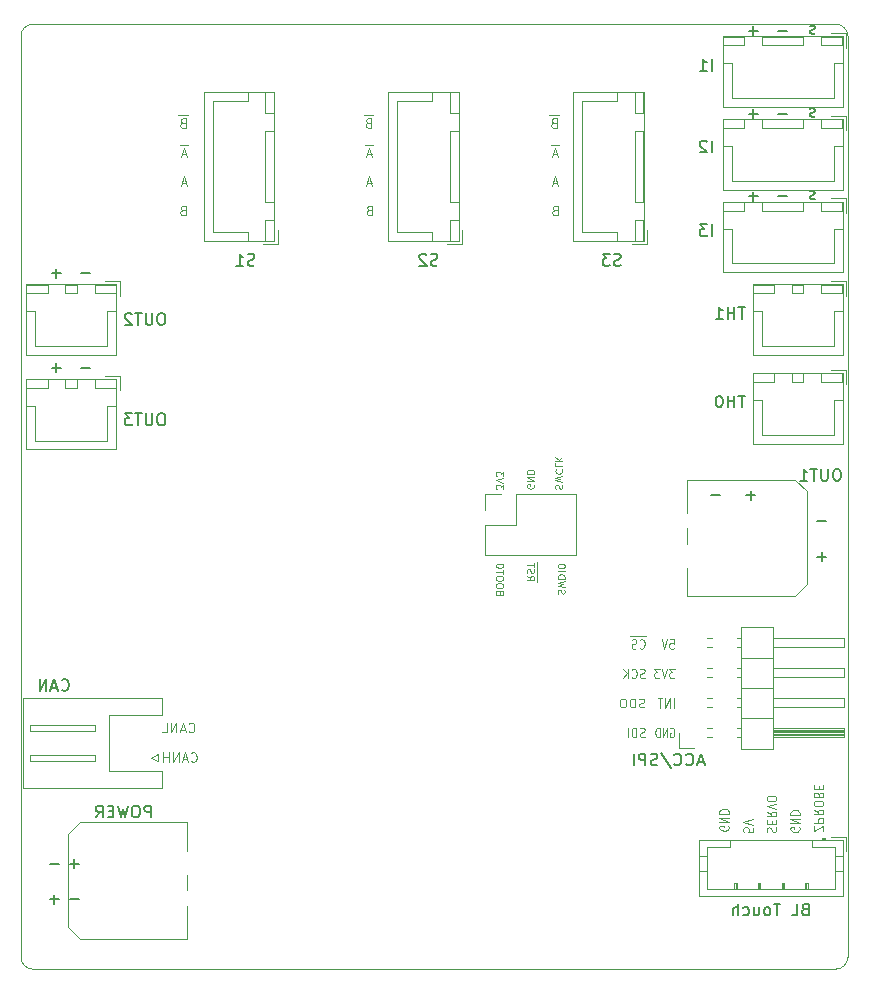
<source format=gbr>
G04 #@! TF.GenerationSoftware,KiCad,Pcbnew,5.1.5+dfsg1-2build2*
G04 #@! TF.CreationDate,2021-09-26T16:39:44+00:00*
G04 #@! TF.ProjectId,NeptuneToolboard,54726953-7465-4705-946f-6f6c626f6172,rev?*
G04 #@! TF.SameCoordinates,Original*
G04 #@! TF.FileFunction,Legend,Bot*
G04 #@! TF.FilePolarity,Positive*
%FSLAX46Y46*%
G04 Gerber Fmt 4.6, Leading zero omitted, Abs format (unit mm)*
G04 Created by KiCad (PCBNEW 5.1.5+dfsg1-2build2) date 2021-09-26 16:39:44*
%MOMM*%
%LPD*%
G04 APERTURE LIST*
%ADD10C,0.150000*%
%ADD11C,0.100000*%
G04 #@! TA.AperFunction,Profile*
%ADD12C,0.050000*%
G04 #@! TD*
%ADD13C,0.120000*%
G04 APERTURE END LIST*
D10*
X197976190Y-69952380D02*
X197976190Y-68952380D01*
X197595238Y-68952380D02*
X196976190Y-68952380D01*
X197309523Y-69333333D01*
X197166666Y-69333333D01*
X197071428Y-69380952D01*
X197023809Y-69428571D01*
X196976190Y-69523809D01*
X196976190Y-69761904D01*
X197023809Y-69857142D01*
X197071428Y-69904761D01*
X197166666Y-69952380D01*
X197452380Y-69952380D01*
X197547619Y-69904761D01*
X197595238Y-69857142D01*
X197976190Y-62852380D02*
X197976190Y-61852380D01*
X197547619Y-61947619D02*
X197500000Y-61900000D01*
X197404761Y-61852380D01*
X197166666Y-61852380D01*
X197071428Y-61900000D01*
X197023809Y-61947619D01*
X196976190Y-62042857D01*
X196976190Y-62138095D01*
X197023809Y-62280952D01*
X197595238Y-62852380D01*
X196976190Y-62852380D01*
X197976190Y-55952380D02*
X197976190Y-54952380D01*
X196976190Y-55952380D02*
X197547619Y-55952380D01*
X197261904Y-55952380D02*
X197261904Y-54952380D01*
X197357142Y-55095238D01*
X197452380Y-55190476D01*
X197547619Y-55238095D01*
X207680952Y-94071428D02*
X206919047Y-94071428D01*
X207680952Y-97071428D02*
X206919047Y-97071428D01*
X207300000Y-97452380D02*
X207300000Y-96690476D01*
X142680952Y-123071428D02*
X141919047Y-123071428D01*
X142680952Y-126071428D02*
X141919047Y-126071428D01*
X142300000Y-126452380D02*
X142300000Y-125690476D01*
D11*
X185035000Y-59694000D02*
X184235000Y-59694000D01*
X184577857Y-60342857D02*
X184463571Y-60380952D01*
X184425476Y-60419047D01*
X184387380Y-60495238D01*
X184387380Y-60609523D01*
X184425476Y-60685714D01*
X184463571Y-60723809D01*
X184539761Y-60761904D01*
X184844523Y-60761904D01*
X184844523Y-59961904D01*
X184577857Y-59961904D01*
X184501666Y-60000000D01*
X184463571Y-60038095D01*
X184425476Y-60114285D01*
X184425476Y-60190476D01*
X184463571Y-60266666D01*
X184501666Y-60304761D01*
X184577857Y-60342857D01*
X184844523Y-60342857D01*
X184677857Y-67742857D02*
X184563571Y-67780952D01*
X184525476Y-67819047D01*
X184487380Y-67895238D01*
X184487380Y-68009523D01*
X184525476Y-68085714D01*
X184563571Y-68123809D01*
X184639761Y-68161904D01*
X184944523Y-68161904D01*
X184944523Y-67361904D01*
X184677857Y-67361904D01*
X184601666Y-67400000D01*
X184563571Y-67438095D01*
X184525476Y-67514285D01*
X184525476Y-67590476D01*
X184563571Y-67666666D01*
X184601666Y-67704761D01*
X184677857Y-67742857D01*
X184944523Y-67742857D01*
X184882619Y-65433333D02*
X184501666Y-65433333D01*
X184958809Y-65661904D02*
X184692142Y-64861904D01*
X184425476Y-65661904D01*
X185035000Y-62194000D02*
X184349285Y-62194000D01*
X184882619Y-63033333D02*
X184501666Y-63033333D01*
X184958809Y-63261904D02*
X184692142Y-62461904D01*
X184425476Y-63261904D01*
X169335000Y-62194000D02*
X168649285Y-62194000D01*
X169182619Y-63033333D02*
X168801666Y-63033333D01*
X169258809Y-63261904D02*
X168992142Y-62461904D01*
X168725476Y-63261904D01*
X169335000Y-59694000D02*
X168535000Y-59694000D01*
X168877857Y-60342857D02*
X168763571Y-60380952D01*
X168725476Y-60419047D01*
X168687380Y-60495238D01*
X168687380Y-60609523D01*
X168725476Y-60685714D01*
X168763571Y-60723809D01*
X168839761Y-60761904D01*
X169144523Y-60761904D01*
X169144523Y-59961904D01*
X168877857Y-59961904D01*
X168801666Y-60000000D01*
X168763571Y-60038095D01*
X168725476Y-60114285D01*
X168725476Y-60190476D01*
X168763571Y-60266666D01*
X168801666Y-60304761D01*
X168877857Y-60342857D01*
X169144523Y-60342857D01*
X168977857Y-67742857D02*
X168863571Y-67780952D01*
X168825476Y-67819047D01*
X168787380Y-67895238D01*
X168787380Y-68009523D01*
X168825476Y-68085714D01*
X168863571Y-68123809D01*
X168939761Y-68161904D01*
X169244523Y-68161904D01*
X169244523Y-67361904D01*
X168977857Y-67361904D01*
X168901666Y-67400000D01*
X168863571Y-67438095D01*
X168825476Y-67514285D01*
X168825476Y-67590476D01*
X168863571Y-67666666D01*
X168901666Y-67704761D01*
X168977857Y-67742857D01*
X169244523Y-67742857D01*
X169182619Y-65433333D02*
X168801666Y-65433333D01*
X169258809Y-65661904D02*
X168992142Y-64861904D01*
X168725476Y-65661904D01*
X153177857Y-67742857D02*
X153063571Y-67780952D01*
X153025476Y-67819047D01*
X152987380Y-67895238D01*
X152987380Y-68009523D01*
X153025476Y-68085714D01*
X153063571Y-68123809D01*
X153139761Y-68161904D01*
X153444523Y-68161904D01*
X153444523Y-67361904D01*
X153177857Y-67361904D01*
X153101666Y-67400000D01*
X153063571Y-67438095D01*
X153025476Y-67514285D01*
X153025476Y-67590476D01*
X153063571Y-67666666D01*
X153101666Y-67704761D01*
X153177857Y-67742857D01*
X153444523Y-67742857D01*
X153482619Y-65433333D02*
X153101666Y-65433333D01*
X153558809Y-65661904D02*
X153292142Y-64861904D01*
X153025476Y-65661904D01*
X153635000Y-62194000D02*
X152949285Y-62194000D01*
X153482619Y-63033333D02*
X153101666Y-63033333D01*
X153558809Y-63261904D02*
X153292142Y-62461904D01*
X153025476Y-63261904D01*
X153635000Y-59694000D02*
X152835000Y-59694000D01*
X153177857Y-60342857D02*
X153063571Y-60380952D01*
X153025476Y-60419047D01*
X152987380Y-60495238D01*
X152987380Y-60609523D01*
X153025476Y-60685714D01*
X153063571Y-60723809D01*
X153139761Y-60761904D01*
X153444523Y-60761904D01*
X153444523Y-59961904D01*
X153177857Y-59961904D01*
X153101666Y-60000000D01*
X153063571Y-60038095D01*
X153025476Y-60114285D01*
X153025476Y-60190476D01*
X153063571Y-60266666D01*
X153101666Y-60304761D01*
X153177857Y-60342857D01*
X153444523Y-60342857D01*
X180042857Y-100107857D02*
X180014285Y-100022142D01*
X179985714Y-99993571D01*
X179928571Y-99965000D01*
X179842857Y-99965000D01*
X179785714Y-99993571D01*
X179757142Y-100022142D01*
X179728571Y-100079285D01*
X179728571Y-100307857D01*
X180328571Y-100307857D01*
X180328571Y-100107857D01*
X180300000Y-100050714D01*
X180271428Y-100022142D01*
X180214285Y-99993571D01*
X180157142Y-99993571D01*
X180100000Y-100022142D01*
X180071428Y-100050714D01*
X180042857Y-100107857D01*
X180042857Y-100307857D01*
X180328571Y-99593571D02*
X180328571Y-99479285D01*
X180300000Y-99422142D01*
X180242857Y-99365000D01*
X180128571Y-99336428D01*
X179928571Y-99336428D01*
X179814285Y-99365000D01*
X179757142Y-99422142D01*
X179728571Y-99479285D01*
X179728571Y-99593571D01*
X179757142Y-99650714D01*
X179814285Y-99707857D01*
X179928571Y-99736428D01*
X180128571Y-99736428D01*
X180242857Y-99707857D01*
X180300000Y-99650714D01*
X180328571Y-99593571D01*
X180328571Y-98965000D02*
X180328571Y-98850714D01*
X180300000Y-98793571D01*
X180242857Y-98736428D01*
X180128571Y-98707857D01*
X179928571Y-98707857D01*
X179814285Y-98736428D01*
X179757142Y-98793571D01*
X179728571Y-98850714D01*
X179728571Y-98965000D01*
X179757142Y-99022142D01*
X179814285Y-99079285D01*
X179928571Y-99107857D01*
X180128571Y-99107857D01*
X180242857Y-99079285D01*
X180300000Y-99022142D01*
X180328571Y-98965000D01*
X180328571Y-98536428D02*
X180328571Y-98193571D01*
X179728571Y-98365000D02*
X180328571Y-98365000D01*
X180328571Y-97879285D02*
X180328571Y-97822142D01*
X180300000Y-97765000D01*
X180271428Y-97736428D01*
X180214285Y-97707857D01*
X180100000Y-97679285D01*
X179957142Y-97679285D01*
X179842857Y-97707857D01*
X179785714Y-97736428D01*
X179757142Y-97765000D01*
X179728571Y-97822142D01*
X179728571Y-97879285D01*
X179757142Y-97936428D01*
X179785714Y-97965000D01*
X179842857Y-97993571D01*
X179957142Y-98022142D01*
X180100000Y-98022142D01*
X180214285Y-97993571D01*
X180271428Y-97965000D01*
X180300000Y-97936428D01*
X180328571Y-97879285D01*
X183162000Y-99193571D02*
X183162000Y-98593571D01*
X182328571Y-98707857D02*
X182614285Y-98907857D01*
X182328571Y-99050714D02*
X182928571Y-99050714D01*
X182928571Y-98822142D01*
X182900000Y-98765000D01*
X182871428Y-98736428D01*
X182814285Y-98707857D01*
X182728571Y-98707857D01*
X182671428Y-98736428D01*
X182642857Y-98765000D01*
X182614285Y-98822142D01*
X182614285Y-99050714D01*
X183162000Y-98593571D02*
X183162000Y-98022142D01*
X182357142Y-98479285D02*
X182328571Y-98393571D01*
X182328571Y-98250714D01*
X182357142Y-98193571D01*
X182385714Y-98165000D01*
X182442857Y-98136428D01*
X182500000Y-98136428D01*
X182557142Y-98165000D01*
X182585714Y-98193571D01*
X182614285Y-98250714D01*
X182642857Y-98365000D01*
X182671428Y-98422142D01*
X182700000Y-98450714D01*
X182757142Y-98479285D01*
X182814285Y-98479285D01*
X182871428Y-98450714D01*
X182900000Y-98422142D01*
X182928571Y-98365000D01*
X182928571Y-98222142D01*
X182900000Y-98136428D01*
X183162000Y-98022142D02*
X183162000Y-97565000D01*
X182928571Y-97965000D02*
X182928571Y-97622142D01*
X182328571Y-97793571D02*
X182928571Y-97793571D01*
X184957142Y-100222142D02*
X184928571Y-100136428D01*
X184928571Y-99993571D01*
X184957142Y-99936428D01*
X184985714Y-99907857D01*
X185042857Y-99879285D01*
X185100000Y-99879285D01*
X185157142Y-99907857D01*
X185185714Y-99936428D01*
X185214285Y-99993571D01*
X185242857Y-100107857D01*
X185271428Y-100165000D01*
X185300000Y-100193571D01*
X185357142Y-100222142D01*
X185414285Y-100222142D01*
X185471428Y-100193571D01*
X185500000Y-100165000D01*
X185528571Y-100107857D01*
X185528571Y-99965000D01*
X185500000Y-99879285D01*
X185528571Y-99679285D02*
X184928571Y-99536428D01*
X185357142Y-99422142D01*
X184928571Y-99307857D01*
X185528571Y-99165000D01*
X184928571Y-98936428D02*
X185528571Y-98936428D01*
X185528571Y-98793571D01*
X185500000Y-98707857D01*
X185442857Y-98650714D01*
X185385714Y-98622142D01*
X185271428Y-98593571D01*
X185185714Y-98593571D01*
X185071428Y-98622142D01*
X185014285Y-98650714D01*
X184957142Y-98707857D01*
X184928571Y-98793571D01*
X184928571Y-98936428D01*
X184928571Y-98336428D02*
X185528571Y-98336428D01*
X185528571Y-97936428D02*
X185528571Y-97822142D01*
X185500000Y-97765000D01*
X185442857Y-97707857D01*
X185328571Y-97679285D01*
X185128571Y-97679285D01*
X185014285Y-97707857D01*
X184957142Y-97765000D01*
X184928571Y-97822142D01*
X184928571Y-97936428D01*
X184957142Y-97993571D01*
X185014285Y-98050714D01*
X185128571Y-98079285D01*
X185328571Y-98079285D01*
X185442857Y-98050714D01*
X185500000Y-97993571D01*
X185528571Y-97936428D01*
X184757142Y-91320714D02*
X184728571Y-91235000D01*
X184728571Y-91092142D01*
X184757142Y-91035000D01*
X184785714Y-91006428D01*
X184842857Y-90977857D01*
X184900000Y-90977857D01*
X184957142Y-91006428D01*
X184985714Y-91035000D01*
X185014285Y-91092142D01*
X185042857Y-91206428D01*
X185071428Y-91263571D01*
X185100000Y-91292142D01*
X185157142Y-91320714D01*
X185214285Y-91320714D01*
X185271428Y-91292142D01*
X185300000Y-91263571D01*
X185328571Y-91206428D01*
X185328571Y-91063571D01*
X185300000Y-90977857D01*
X185328571Y-90777857D02*
X184728571Y-90635000D01*
X185157142Y-90520714D01*
X184728571Y-90406428D01*
X185328571Y-90263571D01*
X184785714Y-89692142D02*
X184757142Y-89720714D01*
X184728571Y-89806428D01*
X184728571Y-89863571D01*
X184757142Y-89949285D01*
X184814285Y-90006428D01*
X184871428Y-90035000D01*
X184985714Y-90063571D01*
X185071428Y-90063571D01*
X185185714Y-90035000D01*
X185242857Y-90006428D01*
X185300000Y-89949285D01*
X185328571Y-89863571D01*
X185328571Y-89806428D01*
X185300000Y-89720714D01*
X185271428Y-89692142D01*
X184728571Y-89149285D02*
X184728571Y-89435000D01*
X185328571Y-89435000D01*
X184728571Y-88949285D02*
X185328571Y-88949285D01*
X184728571Y-88606428D02*
X185071428Y-88863571D01*
X185328571Y-88606428D02*
X184985714Y-88949285D01*
X182900000Y-90977857D02*
X182928571Y-91035000D01*
X182928571Y-91120714D01*
X182900000Y-91206428D01*
X182842857Y-91263571D01*
X182785714Y-91292142D01*
X182671428Y-91320714D01*
X182585714Y-91320714D01*
X182471428Y-91292142D01*
X182414285Y-91263571D01*
X182357142Y-91206428D01*
X182328571Y-91120714D01*
X182328571Y-91063571D01*
X182357142Y-90977857D01*
X182385714Y-90949285D01*
X182585714Y-90949285D01*
X182585714Y-91063571D01*
X182328571Y-90692142D02*
X182928571Y-90692142D01*
X182328571Y-90349285D01*
X182928571Y-90349285D01*
X182328571Y-90063571D02*
X182928571Y-90063571D01*
X182928571Y-89920714D01*
X182900000Y-89835000D01*
X182842857Y-89777857D01*
X182785714Y-89749285D01*
X182671428Y-89720714D01*
X182585714Y-89720714D01*
X182471428Y-89749285D01*
X182414285Y-89777857D01*
X182357142Y-89835000D01*
X182328571Y-89920714D01*
X182328571Y-90063571D01*
X180328571Y-91349285D02*
X180328571Y-90977857D01*
X180100000Y-91177857D01*
X180100000Y-91092142D01*
X180071428Y-91035000D01*
X180042857Y-91006428D01*
X179985714Y-90977857D01*
X179842857Y-90977857D01*
X179785714Y-91006428D01*
X179757142Y-91035000D01*
X179728571Y-91092142D01*
X179728571Y-91263571D01*
X179757142Y-91320714D01*
X179785714Y-91349285D01*
X180328571Y-90806428D02*
X179728571Y-90606428D01*
X180328571Y-90406428D01*
X180328571Y-90263571D02*
X180328571Y-89892142D01*
X180100000Y-90092142D01*
X180100000Y-90006428D01*
X180071428Y-89949285D01*
X180042857Y-89920714D01*
X179985714Y-89892142D01*
X179842857Y-89892142D01*
X179785714Y-89920714D01*
X179757142Y-89949285D01*
X179728571Y-90006428D01*
X179728571Y-90177857D01*
X179757142Y-90235000D01*
X179785714Y-90263571D01*
X192301666Y-112323809D02*
X192201666Y-112361904D01*
X192035000Y-112361904D01*
X191968333Y-112323809D01*
X191935000Y-112285714D01*
X191901666Y-112209523D01*
X191901666Y-112133333D01*
X191935000Y-112057142D01*
X191968333Y-112019047D01*
X192035000Y-111980952D01*
X192168333Y-111942857D01*
X192235000Y-111904761D01*
X192268333Y-111866666D01*
X192301666Y-111790476D01*
X192301666Y-111714285D01*
X192268333Y-111638095D01*
X192235000Y-111600000D01*
X192168333Y-111561904D01*
X192001666Y-111561904D01*
X191901666Y-111600000D01*
X191601666Y-112361904D02*
X191601666Y-111561904D01*
X191435000Y-111561904D01*
X191335000Y-111600000D01*
X191268333Y-111676190D01*
X191235000Y-111752380D01*
X191201666Y-111904761D01*
X191201666Y-112019047D01*
X191235000Y-112171428D01*
X191268333Y-112247619D01*
X191335000Y-112323809D01*
X191435000Y-112361904D01*
X191601666Y-112361904D01*
X190901666Y-112361904D02*
X190901666Y-111561904D01*
X192282619Y-109783333D02*
X192168333Y-109816666D01*
X191977857Y-109816666D01*
X191901666Y-109783333D01*
X191863571Y-109750000D01*
X191825476Y-109683333D01*
X191825476Y-109616666D01*
X191863571Y-109550000D01*
X191901666Y-109516666D01*
X191977857Y-109483333D01*
X192130238Y-109450000D01*
X192206428Y-109416666D01*
X192244523Y-109383333D01*
X192282619Y-109316666D01*
X192282619Y-109250000D01*
X192244523Y-109183333D01*
X192206428Y-109150000D01*
X192130238Y-109116666D01*
X191939761Y-109116666D01*
X191825476Y-109150000D01*
X191482619Y-109816666D02*
X191482619Y-109116666D01*
X191292142Y-109116666D01*
X191177857Y-109150000D01*
X191101666Y-109216666D01*
X191063571Y-109283333D01*
X191025476Y-109416666D01*
X191025476Y-109516666D01*
X191063571Y-109650000D01*
X191101666Y-109716666D01*
X191177857Y-109783333D01*
X191292142Y-109816666D01*
X191482619Y-109816666D01*
X190530238Y-109116666D02*
X190377857Y-109116666D01*
X190301666Y-109150000D01*
X190225476Y-109216666D01*
X190187380Y-109350000D01*
X190187380Y-109583333D01*
X190225476Y-109716666D01*
X190301666Y-109783333D01*
X190377857Y-109816666D01*
X190530238Y-109816666D01*
X190606428Y-109783333D01*
X190682619Y-109716666D01*
X190720714Y-109583333D01*
X190720714Y-109350000D01*
X190682619Y-109216666D01*
X190606428Y-109150000D01*
X190530238Y-109116666D01*
X192301666Y-107323809D02*
X192201666Y-107361904D01*
X192035000Y-107361904D01*
X191968333Y-107323809D01*
X191935000Y-107285714D01*
X191901666Y-107209523D01*
X191901666Y-107133333D01*
X191935000Y-107057142D01*
X191968333Y-107019047D01*
X192035000Y-106980952D01*
X192168333Y-106942857D01*
X192235000Y-106904761D01*
X192268333Y-106866666D01*
X192301666Y-106790476D01*
X192301666Y-106714285D01*
X192268333Y-106638095D01*
X192235000Y-106600000D01*
X192168333Y-106561904D01*
X192001666Y-106561904D01*
X191901666Y-106600000D01*
X191201666Y-107285714D02*
X191235000Y-107323809D01*
X191335000Y-107361904D01*
X191401666Y-107361904D01*
X191501666Y-107323809D01*
X191568333Y-107247619D01*
X191601666Y-107171428D01*
X191635000Y-107019047D01*
X191635000Y-106904761D01*
X191601666Y-106752380D01*
X191568333Y-106676190D01*
X191501666Y-106600000D01*
X191401666Y-106561904D01*
X191335000Y-106561904D01*
X191235000Y-106600000D01*
X191201666Y-106638095D01*
X190901666Y-107361904D02*
X190901666Y-106561904D01*
X190501666Y-107361904D02*
X190801666Y-106904761D01*
X190501666Y-106561904D02*
X190901666Y-107019047D01*
X194477857Y-111600000D02*
X194535000Y-111561904D01*
X194620714Y-111561904D01*
X194706428Y-111600000D01*
X194763571Y-111676190D01*
X194792142Y-111752380D01*
X194820714Y-111904761D01*
X194820714Y-112019047D01*
X194792142Y-112171428D01*
X194763571Y-112247619D01*
X194706428Y-112323809D01*
X194620714Y-112361904D01*
X194563571Y-112361904D01*
X194477857Y-112323809D01*
X194449285Y-112285714D01*
X194449285Y-112019047D01*
X194563571Y-112019047D01*
X194192142Y-112361904D02*
X194192142Y-111561904D01*
X193849285Y-112361904D01*
X193849285Y-111561904D01*
X193563571Y-112361904D02*
X193563571Y-111561904D01*
X193420714Y-111561904D01*
X193335000Y-111600000D01*
X193277857Y-111676190D01*
X193249285Y-111752380D01*
X193220714Y-111904761D01*
X193220714Y-112019047D01*
X193249285Y-112171428D01*
X193277857Y-112247619D01*
X193335000Y-112323809D01*
X193420714Y-112361904D01*
X193563571Y-112361904D01*
X194768333Y-109861904D02*
X194768333Y-109061904D01*
X194435000Y-109861904D02*
X194435000Y-109061904D01*
X194035000Y-109861904D01*
X194035000Y-109061904D01*
X193801666Y-109061904D02*
X193401666Y-109061904D01*
X193601666Y-109861904D02*
X193601666Y-109061904D01*
X194835000Y-106561904D02*
X194401666Y-106561904D01*
X194635000Y-106866666D01*
X194535000Y-106866666D01*
X194468333Y-106904761D01*
X194435000Y-106942857D01*
X194401666Y-107019047D01*
X194401666Y-107209523D01*
X194435000Y-107285714D01*
X194468333Y-107323809D01*
X194535000Y-107361904D01*
X194735000Y-107361904D01*
X194801666Y-107323809D01*
X194835000Y-107285714D01*
X194201666Y-106561904D02*
X193968333Y-107361904D01*
X193735000Y-106561904D01*
X193568333Y-106561904D02*
X193135000Y-106561904D01*
X193368333Y-106866666D01*
X193268333Y-106866666D01*
X193201666Y-106904761D01*
X193168333Y-106942857D01*
X193135000Y-107019047D01*
X193135000Y-107209523D01*
X193168333Y-107285714D01*
X193201666Y-107323809D01*
X193268333Y-107361904D01*
X193468333Y-107361904D01*
X193535000Y-107323809D01*
X193568333Y-107285714D01*
X192435000Y-103794000D02*
X191735000Y-103794000D01*
X191868333Y-104785714D02*
X191901666Y-104823809D01*
X192001666Y-104861904D01*
X192068333Y-104861904D01*
X192168333Y-104823809D01*
X192235000Y-104747619D01*
X192268333Y-104671428D01*
X192301666Y-104519047D01*
X192301666Y-104404761D01*
X192268333Y-104252380D01*
X192235000Y-104176190D01*
X192168333Y-104100000D01*
X192068333Y-104061904D01*
X192001666Y-104061904D01*
X191901666Y-104100000D01*
X191868333Y-104138095D01*
X191735000Y-103794000D02*
X191068333Y-103794000D01*
X191601666Y-104823809D02*
X191501666Y-104861904D01*
X191335000Y-104861904D01*
X191268333Y-104823809D01*
X191235000Y-104785714D01*
X191201666Y-104709523D01*
X191201666Y-104633333D01*
X191235000Y-104557142D01*
X191268333Y-104519047D01*
X191335000Y-104480952D01*
X191468333Y-104442857D01*
X191535000Y-104404761D01*
X191568333Y-104366666D01*
X191601666Y-104290476D01*
X191601666Y-104214285D01*
X191568333Y-104138095D01*
X191535000Y-104100000D01*
X191468333Y-104061904D01*
X191301666Y-104061904D01*
X191201666Y-104100000D01*
X194435000Y-104061904D02*
X194768333Y-104061904D01*
X194801666Y-104442857D01*
X194768333Y-104404761D01*
X194701666Y-104366666D01*
X194535000Y-104366666D01*
X194468333Y-104404761D01*
X194435000Y-104442857D01*
X194401666Y-104519047D01*
X194401666Y-104709523D01*
X194435000Y-104785714D01*
X194468333Y-104823809D01*
X194535000Y-104861904D01*
X194701666Y-104861904D01*
X194768333Y-104823809D01*
X194801666Y-104785714D01*
X194201666Y-104061904D02*
X193968333Y-104861904D01*
X193735000Y-104061904D01*
X199400000Y-119901666D02*
X199438095Y-119968333D01*
X199438095Y-120068333D01*
X199400000Y-120168333D01*
X199323809Y-120235000D01*
X199247619Y-120268333D01*
X199095238Y-120301666D01*
X198980952Y-120301666D01*
X198828571Y-120268333D01*
X198752380Y-120235000D01*
X198676190Y-120168333D01*
X198638095Y-120068333D01*
X198638095Y-120001666D01*
X198676190Y-119901666D01*
X198714285Y-119868333D01*
X198980952Y-119868333D01*
X198980952Y-120001666D01*
X198638095Y-119568333D02*
X199438095Y-119568333D01*
X198638095Y-119168333D01*
X199438095Y-119168333D01*
X198638095Y-118835000D02*
X199438095Y-118835000D01*
X199438095Y-118668333D01*
X199400000Y-118568333D01*
X199323809Y-118501666D01*
X199247619Y-118468333D01*
X199095238Y-118435000D01*
X198980952Y-118435000D01*
X198828571Y-118468333D01*
X198752380Y-118501666D01*
X198676190Y-118568333D01*
X198638095Y-118668333D01*
X198638095Y-118835000D01*
X201438095Y-120035000D02*
X201438095Y-120368333D01*
X201057142Y-120401666D01*
X201095238Y-120368333D01*
X201133333Y-120301666D01*
X201133333Y-120135000D01*
X201095238Y-120068333D01*
X201057142Y-120035000D01*
X200980952Y-120001666D01*
X200790476Y-120001666D01*
X200714285Y-120035000D01*
X200676190Y-120068333D01*
X200638095Y-120135000D01*
X200638095Y-120301666D01*
X200676190Y-120368333D01*
X200714285Y-120401666D01*
X201438095Y-119801666D02*
X200638095Y-119568333D01*
X201438095Y-119335000D01*
X202676190Y-120401666D02*
X202638095Y-120301666D01*
X202638095Y-120135000D01*
X202676190Y-120068333D01*
X202714285Y-120035000D01*
X202790476Y-120001666D01*
X202866666Y-120001666D01*
X202942857Y-120035000D01*
X202980952Y-120068333D01*
X203019047Y-120135000D01*
X203057142Y-120268333D01*
X203095238Y-120335000D01*
X203133333Y-120368333D01*
X203209523Y-120401666D01*
X203285714Y-120401666D01*
X203361904Y-120368333D01*
X203400000Y-120335000D01*
X203438095Y-120268333D01*
X203438095Y-120101666D01*
X203400000Y-120001666D01*
X203057142Y-119701666D02*
X203057142Y-119468333D01*
X202638095Y-119368333D02*
X202638095Y-119701666D01*
X203438095Y-119701666D01*
X203438095Y-119368333D01*
X202638095Y-118668333D02*
X203019047Y-118901666D01*
X202638095Y-119068333D02*
X203438095Y-119068333D01*
X203438095Y-118801666D01*
X203400000Y-118735000D01*
X203361904Y-118701666D01*
X203285714Y-118668333D01*
X203171428Y-118668333D01*
X203095238Y-118701666D01*
X203057142Y-118735000D01*
X203019047Y-118801666D01*
X203019047Y-119068333D01*
X203438095Y-118468333D02*
X202638095Y-118235000D01*
X203438095Y-118001666D01*
X203438095Y-117635000D02*
X203438095Y-117501666D01*
X203400000Y-117435000D01*
X203323809Y-117368333D01*
X203171428Y-117335000D01*
X202904761Y-117335000D01*
X202752380Y-117368333D01*
X202676190Y-117435000D01*
X202638095Y-117501666D01*
X202638095Y-117635000D01*
X202676190Y-117701666D01*
X202752380Y-117768333D01*
X202904761Y-117801666D01*
X203171428Y-117801666D01*
X203323809Y-117768333D01*
X203400000Y-117701666D01*
X203438095Y-117635000D01*
X205400000Y-120001666D02*
X205438095Y-120068333D01*
X205438095Y-120168333D01*
X205400000Y-120268333D01*
X205323809Y-120335000D01*
X205247619Y-120368333D01*
X205095238Y-120401666D01*
X204980952Y-120401666D01*
X204828571Y-120368333D01*
X204752380Y-120335000D01*
X204676190Y-120268333D01*
X204638095Y-120168333D01*
X204638095Y-120101666D01*
X204676190Y-120001666D01*
X204714285Y-119968333D01*
X204980952Y-119968333D01*
X204980952Y-120101666D01*
X204638095Y-119668333D02*
X205438095Y-119668333D01*
X204638095Y-119268333D01*
X205438095Y-119268333D01*
X204638095Y-118935000D02*
X205438095Y-118935000D01*
X205438095Y-118768333D01*
X205400000Y-118668333D01*
X205323809Y-118601666D01*
X205247619Y-118568333D01*
X205095238Y-118535000D01*
X204980952Y-118535000D01*
X204828571Y-118568333D01*
X204752380Y-118601666D01*
X204676190Y-118668333D01*
X204638095Y-118768333D01*
X204638095Y-118935000D01*
X207438095Y-120335000D02*
X207438095Y-119868333D01*
X206638095Y-120335000D01*
X206638095Y-119868333D01*
X206638095Y-119601666D02*
X207438095Y-119601666D01*
X207438095Y-119335000D01*
X207400000Y-119268333D01*
X207361904Y-119235000D01*
X207285714Y-119201666D01*
X207171428Y-119201666D01*
X207095238Y-119235000D01*
X207057142Y-119268333D01*
X207019047Y-119335000D01*
X207019047Y-119601666D01*
X206638095Y-118501666D02*
X207019047Y-118735000D01*
X206638095Y-118901666D02*
X207438095Y-118901666D01*
X207438095Y-118635000D01*
X207400000Y-118568333D01*
X207361904Y-118535000D01*
X207285714Y-118501666D01*
X207171428Y-118501666D01*
X207095238Y-118535000D01*
X207057142Y-118568333D01*
X207019047Y-118635000D01*
X207019047Y-118901666D01*
X207438095Y-118068333D02*
X207438095Y-117935000D01*
X207400000Y-117868333D01*
X207323809Y-117801666D01*
X207171428Y-117768333D01*
X206904761Y-117768333D01*
X206752380Y-117801666D01*
X206676190Y-117868333D01*
X206638095Y-117935000D01*
X206638095Y-118068333D01*
X206676190Y-118135000D01*
X206752380Y-118201666D01*
X206904761Y-118235000D01*
X207171428Y-118235000D01*
X207323809Y-118201666D01*
X207400000Y-118135000D01*
X207438095Y-118068333D01*
X207057142Y-117235000D02*
X207019047Y-117135000D01*
X206980952Y-117101666D01*
X206904761Y-117068333D01*
X206790476Y-117068333D01*
X206714285Y-117101666D01*
X206676190Y-117135000D01*
X206638095Y-117201666D01*
X206638095Y-117468333D01*
X207438095Y-117468333D01*
X207438095Y-117235000D01*
X207400000Y-117168333D01*
X207361904Y-117135000D01*
X207285714Y-117101666D01*
X207209523Y-117101666D01*
X207133333Y-117135000D01*
X207095238Y-117168333D01*
X207057142Y-117235000D01*
X207057142Y-117468333D01*
X207057142Y-116768333D02*
X207057142Y-116535000D01*
X206638095Y-116435000D02*
X206638095Y-116768333D01*
X207438095Y-116768333D01*
X207438095Y-116435000D01*
D10*
X206700000Y-52783333D02*
X206600000Y-52816666D01*
X206433333Y-52816666D01*
X206366666Y-52783333D01*
X206333333Y-52750000D01*
X206300000Y-52683333D01*
X206300000Y-52616666D01*
X206333333Y-52550000D01*
X206366666Y-52516666D01*
X206433333Y-52483333D01*
X206566666Y-52450000D01*
X206633333Y-52416666D01*
X206666666Y-52383333D01*
X206700000Y-52316666D01*
X206700000Y-52250000D01*
X206666666Y-52183333D01*
X206633333Y-52150000D01*
X206566666Y-52116666D01*
X206400000Y-52116666D01*
X206300000Y-52150000D01*
X204380952Y-52571428D02*
X203619047Y-52571428D01*
X201880952Y-52571428D02*
X201119047Y-52571428D01*
X201500000Y-52952380D02*
X201500000Y-52190476D01*
X206700000Y-59783333D02*
X206600000Y-59816666D01*
X206433333Y-59816666D01*
X206366666Y-59783333D01*
X206333333Y-59750000D01*
X206300000Y-59683333D01*
X206300000Y-59616666D01*
X206333333Y-59550000D01*
X206366666Y-59516666D01*
X206433333Y-59483333D01*
X206566666Y-59450000D01*
X206633333Y-59416666D01*
X206666666Y-59383333D01*
X206700000Y-59316666D01*
X206700000Y-59250000D01*
X206666666Y-59183333D01*
X206633333Y-59150000D01*
X206566666Y-59116666D01*
X206400000Y-59116666D01*
X206300000Y-59150000D01*
X204380952Y-59571428D02*
X203619047Y-59571428D01*
X201880952Y-59571428D02*
X201119047Y-59571428D01*
X201500000Y-59952380D02*
X201500000Y-59190476D01*
X206700000Y-66783333D02*
X206600000Y-66816666D01*
X206433333Y-66816666D01*
X206366666Y-66783333D01*
X206333333Y-66750000D01*
X206300000Y-66683333D01*
X206300000Y-66616666D01*
X206333333Y-66550000D01*
X206366666Y-66516666D01*
X206433333Y-66483333D01*
X206566666Y-66450000D01*
X206633333Y-66416666D01*
X206666666Y-66383333D01*
X206700000Y-66316666D01*
X206700000Y-66250000D01*
X206666666Y-66183333D01*
X206633333Y-66150000D01*
X206566666Y-66116666D01*
X206400000Y-66116666D01*
X206300000Y-66150000D01*
X204380952Y-66571428D02*
X203619047Y-66571428D01*
X201880952Y-66571428D02*
X201119047Y-66571428D01*
X201500000Y-66952380D02*
X201500000Y-66190476D01*
X198680952Y-91871428D02*
X197919047Y-91871428D01*
X201680952Y-91871428D02*
X200919047Y-91871428D01*
X201300000Y-92252380D02*
X201300000Y-91490476D01*
X145380952Y-73071428D02*
X144619047Y-73071428D01*
X145380952Y-81071428D02*
X144619047Y-81071428D01*
X142880952Y-81071428D02*
X142119047Y-81071428D01*
X142500000Y-81452380D02*
X142500000Y-80690476D01*
X142880952Y-73071428D02*
X142119047Y-73071428D01*
X142500000Y-73452380D02*
X142500000Y-72690476D01*
D11*
X153879285Y-114385714D02*
X153917380Y-114423809D01*
X154031666Y-114461904D01*
X154107857Y-114461904D01*
X154222142Y-114423809D01*
X154298333Y-114347619D01*
X154336428Y-114271428D01*
X154374523Y-114119047D01*
X154374523Y-114004761D01*
X154336428Y-113852380D01*
X154298333Y-113776190D01*
X154222142Y-113700000D01*
X154107857Y-113661904D01*
X154031666Y-113661904D01*
X153917380Y-113700000D01*
X153879285Y-113738095D01*
X153574523Y-114233333D02*
X153193571Y-114233333D01*
X153650714Y-114461904D02*
X153384047Y-113661904D01*
X153117380Y-114461904D01*
X152850714Y-114461904D02*
X152850714Y-113661904D01*
X152393571Y-114461904D01*
X152393571Y-113661904D01*
X152012619Y-114461904D02*
X152012619Y-113661904D01*
X152012619Y-114042857D02*
X151555476Y-114042857D01*
X151555476Y-114461904D02*
X151555476Y-113661904D01*
X153688809Y-111885714D02*
X153726904Y-111923809D01*
X153841190Y-111961904D01*
X153917380Y-111961904D01*
X154031666Y-111923809D01*
X154107857Y-111847619D01*
X154145952Y-111771428D01*
X154184047Y-111619047D01*
X154184047Y-111504761D01*
X154145952Y-111352380D01*
X154107857Y-111276190D01*
X154031666Y-111200000D01*
X153917380Y-111161904D01*
X153841190Y-111161904D01*
X153726904Y-111200000D01*
X153688809Y-111238095D01*
X153384047Y-111733333D02*
X153003095Y-111733333D01*
X153460238Y-111961904D02*
X153193571Y-111161904D01*
X152926904Y-111961904D01*
X152660238Y-111961904D02*
X152660238Y-111161904D01*
X152203095Y-111961904D01*
X152203095Y-111161904D01*
X151441190Y-111961904D02*
X151822142Y-111961904D01*
X151822142Y-111161904D01*
D10*
X144380952Y-126071428D02*
X143619047Y-126071428D01*
X144380952Y-123071428D02*
X143619047Y-123071428D01*
X144000000Y-123452380D02*
X144000000Y-122690476D01*
X150509523Y-119152380D02*
X150509523Y-118152380D01*
X150128571Y-118152380D01*
X150033333Y-118200000D01*
X149985714Y-118247619D01*
X149938095Y-118342857D01*
X149938095Y-118485714D01*
X149985714Y-118580952D01*
X150033333Y-118628571D01*
X150128571Y-118676190D01*
X150509523Y-118676190D01*
X149319047Y-118152380D02*
X149128571Y-118152380D01*
X149033333Y-118200000D01*
X148938095Y-118295238D01*
X148890476Y-118485714D01*
X148890476Y-118819047D01*
X148938095Y-119009523D01*
X149033333Y-119104761D01*
X149128571Y-119152380D01*
X149319047Y-119152380D01*
X149414285Y-119104761D01*
X149509523Y-119009523D01*
X149557142Y-118819047D01*
X149557142Y-118485714D01*
X149509523Y-118295238D01*
X149414285Y-118200000D01*
X149319047Y-118152380D01*
X148557142Y-118152380D02*
X148319047Y-119152380D01*
X148128571Y-118438095D01*
X147938095Y-119152380D01*
X147700000Y-118152380D01*
X147319047Y-118628571D02*
X146985714Y-118628571D01*
X146842857Y-119152380D02*
X147319047Y-119152380D01*
X147319047Y-118152380D01*
X146842857Y-118152380D01*
X145842857Y-119152380D02*
X146176190Y-118676190D01*
X146414285Y-119152380D02*
X146414285Y-118152380D01*
X146033333Y-118152380D01*
X145938095Y-118200000D01*
X145890476Y-118247619D01*
X145842857Y-118342857D01*
X145842857Y-118485714D01*
X145890476Y-118580952D01*
X145938095Y-118628571D01*
X146033333Y-118676190D01*
X146414285Y-118676190D01*
X142942857Y-108357142D02*
X142990476Y-108404761D01*
X143133333Y-108452380D01*
X143228571Y-108452380D01*
X143371428Y-108404761D01*
X143466666Y-108309523D01*
X143514285Y-108214285D01*
X143561904Y-108023809D01*
X143561904Y-107880952D01*
X143514285Y-107690476D01*
X143466666Y-107595238D01*
X143371428Y-107500000D01*
X143228571Y-107452380D01*
X143133333Y-107452380D01*
X142990476Y-107500000D01*
X142942857Y-107547619D01*
X142561904Y-108166666D02*
X142085714Y-108166666D01*
X142657142Y-108452380D02*
X142323809Y-107452380D01*
X141990476Y-108452380D01*
X141657142Y-108452380D02*
X141657142Y-107452380D01*
X141085714Y-108452380D01*
X141085714Y-107452380D01*
X190261904Y-72404761D02*
X190119047Y-72452380D01*
X189880952Y-72452380D01*
X189785714Y-72404761D01*
X189738095Y-72357142D01*
X189690476Y-72261904D01*
X189690476Y-72166666D01*
X189738095Y-72071428D01*
X189785714Y-72023809D01*
X189880952Y-71976190D01*
X190071428Y-71928571D01*
X190166666Y-71880952D01*
X190214285Y-71833333D01*
X190261904Y-71738095D01*
X190261904Y-71642857D01*
X190214285Y-71547619D01*
X190166666Y-71500000D01*
X190071428Y-71452380D01*
X189833333Y-71452380D01*
X189690476Y-71500000D01*
X189357142Y-71452380D02*
X188738095Y-71452380D01*
X189071428Y-71833333D01*
X188928571Y-71833333D01*
X188833333Y-71880952D01*
X188785714Y-71928571D01*
X188738095Y-72023809D01*
X188738095Y-72261904D01*
X188785714Y-72357142D01*
X188833333Y-72404761D01*
X188928571Y-72452380D01*
X189214285Y-72452380D01*
X189309523Y-72404761D01*
X189357142Y-72357142D01*
X174761904Y-72404761D02*
X174619047Y-72452380D01*
X174380952Y-72452380D01*
X174285714Y-72404761D01*
X174238095Y-72357142D01*
X174190476Y-72261904D01*
X174190476Y-72166666D01*
X174238095Y-72071428D01*
X174285714Y-72023809D01*
X174380952Y-71976190D01*
X174571428Y-71928571D01*
X174666666Y-71880952D01*
X174714285Y-71833333D01*
X174761904Y-71738095D01*
X174761904Y-71642857D01*
X174714285Y-71547619D01*
X174666666Y-71500000D01*
X174571428Y-71452380D01*
X174333333Y-71452380D01*
X174190476Y-71500000D01*
X173809523Y-71547619D02*
X173761904Y-71500000D01*
X173666666Y-71452380D01*
X173428571Y-71452380D01*
X173333333Y-71500000D01*
X173285714Y-71547619D01*
X173238095Y-71642857D01*
X173238095Y-71738095D01*
X173285714Y-71880952D01*
X173857142Y-72452380D01*
X173238095Y-72452380D01*
X159261904Y-72404761D02*
X159119047Y-72452380D01*
X158880952Y-72452380D01*
X158785714Y-72404761D01*
X158738095Y-72357142D01*
X158690476Y-72261904D01*
X158690476Y-72166666D01*
X158738095Y-72071428D01*
X158785714Y-72023809D01*
X158880952Y-71976190D01*
X159071428Y-71928571D01*
X159166666Y-71880952D01*
X159214285Y-71833333D01*
X159261904Y-71738095D01*
X159261904Y-71642857D01*
X159214285Y-71547619D01*
X159166666Y-71500000D01*
X159071428Y-71452380D01*
X158833333Y-71452380D01*
X158690476Y-71500000D01*
X157738095Y-72452380D02*
X158309523Y-72452380D01*
X158023809Y-72452380D02*
X158023809Y-71452380D01*
X158119047Y-71595238D01*
X158214285Y-71690476D01*
X158309523Y-71738095D01*
X205880952Y-126928571D02*
X205738095Y-126976190D01*
X205690476Y-127023809D01*
X205642857Y-127119047D01*
X205642857Y-127261904D01*
X205690476Y-127357142D01*
X205738095Y-127404761D01*
X205833333Y-127452380D01*
X206214285Y-127452380D01*
X206214285Y-126452380D01*
X205880952Y-126452380D01*
X205785714Y-126500000D01*
X205738095Y-126547619D01*
X205690476Y-126642857D01*
X205690476Y-126738095D01*
X205738095Y-126833333D01*
X205785714Y-126880952D01*
X205880952Y-126928571D01*
X206214285Y-126928571D01*
X204738095Y-127452380D02*
X205214285Y-127452380D01*
X205214285Y-126452380D01*
X203785714Y-126452380D02*
X203214285Y-126452380D01*
X203500000Y-127452380D02*
X203500000Y-126452380D01*
X202738095Y-127452380D02*
X202833333Y-127404761D01*
X202880952Y-127357142D01*
X202928571Y-127261904D01*
X202928571Y-126976190D01*
X202880952Y-126880952D01*
X202833333Y-126833333D01*
X202738095Y-126785714D01*
X202595238Y-126785714D01*
X202500000Y-126833333D01*
X202452380Y-126880952D01*
X202404761Y-126976190D01*
X202404761Y-127261904D01*
X202452380Y-127357142D01*
X202500000Y-127404761D01*
X202595238Y-127452380D01*
X202738095Y-127452380D01*
X201547619Y-126785714D02*
X201547619Y-127452380D01*
X201976190Y-126785714D02*
X201976190Y-127309523D01*
X201928571Y-127404761D01*
X201833333Y-127452380D01*
X201690476Y-127452380D01*
X201595238Y-127404761D01*
X201547619Y-127357142D01*
X200642857Y-127404761D02*
X200738095Y-127452380D01*
X200928571Y-127452380D01*
X201023809Y-127404761D01*
X201071428Y-127357142D01*
X201119047Y-127261904D01*
X201119047Y-126976190D01*
X201071428Y-126880952D01*
X201023809Y-126833333D01*
X200928571Y-126785714D01*
X200738095Y-126785714D01*
X200642857Y-126833333D01*
X200214285Y-127452380D02*
X200214285Y-126452380D01*
X199785714Y-127452380D02*
X199785714Y-126928571D01*
X199833333Y-126833333D01*
X199928571Y-126785714D01*
X200071428Y-126785714D01*
X200166666Y-126833333D01*
X200214285Y-126880952D01*
X197276190Y-114466666D02*
X196800000Y-114466666D01*
X197371428Y-114752380D02*
X197038095Y-113752380D01*
X196704761Y-114752380D01*
X195800000Y-114657142D02*
X195847619Y-114704761D01*
X195990476Y-114752380D01*
X196085714Y-114752380D01*
X196228571Y-114704761D01*
X196323809Y-114609523D01*
X196371428Y-114514285D01*
X196419047Y-114323809D01*
X196419047Y-114180952D01*
X196371428Y-113990476D01*
X196323809Y-113895238D01*
X196228571Y-113800000D01*
X196085714Y-113752380D01*
X195990476Y-113752380D01*
X195847619Y-113800000D01*
X195800000Y-113847619D01*
X194800000Y-114657142D02*
X194847619Y-114704761D01*
X194990476Y-114752380D01*
X195085714Y-114752380D01*
X195228571Y-114704761D01*
X195323809Y-114609523D01*
X195371428Y-114514285D01*
X195419047Y-114323809D01*
X195419047Y-114180952D01*
X195371428Y-113990476D01*
X195323809Y-113895238D01*
X195228571Y-113800000D01*
X195085714Y-113752380D01*
X194990476Y-113752380D01*
X194847619Y-113800000D01*
X194800000Y-113847619D01*
X193657142Y-113704761D02*
X194514285Y-114990476D01*
X193371428Y-114704761D02*
X193228571Y-114752380D01*
X192990476Y-114752380D01*
X192895238Y-114704761D01*
X192847619Y-114657142D01*
X192800000Y-114561904D01*
X192800000Y-114466666D01*
X192847619Y-114371428D01*
X192895238Y-114323809D01*
X192990476Y-114276190D01*
X193180952Y-114228571D01*
X193276190Y-114180952D01*
X193323809Y-114133333D01*
X193371428Y-114038095D01*
X193371428Y-113942857D01*
X193323809Y-113847619D01*
X193276190Y-113800000D01*
X193180952Y-113752380D01*
X192942857Y-113752380D01*
X192800000Y-113800000D01*
X192371428Y-114752380D02*
X192371428Y-113752380D01*
X191990476Y-113752380D01*
X191895238Y-113800000D01*
X191847619Y-113847619D01*
X191800000Y-113942857D01*
X191800000Y-114085714D01*
X191847619Y-114180952D01*
X191895238Y-114228571D01*
X191990476Y-114276190D01*
X192371428Y-114276190D01*
X191371428Y-114752380D02*
X191371428Y-113752380D01*
X208673928Y-89652380D02*
X208483452Y-89652380D01*
X208388214Y-89700000D01*
X208292976Y-89795238D01*
X208245357Y-89985714D01*
X208245357Y-90319047D01*
X208292976Y-90509523D01*
X208388214Y-90604761D01*
X208483452Y-90652380D01*
X208673928Y-90652380D01*
X208769166Y-90604761D01*
X208864404Y-90509523D01*
X208912023Y-90319047D01*
X208912023Y-89985714D01*
X208864404Y-89795238D01*
X208769166Y-89700000D01*
X208673928Y-89652380D01*
X207816785Y-89652380D02*
X207816785Y-90461904D01*
X207769166Y-90557142D01*
X207721547Y-90604761D01*
X207626309Y-90652380D01*
X207435833Y-90652380D01*
X207340595Y-90604761D01*
X207292976Y-90557142D01*
X207245357Y-90461904D01*
X207245357Y-89652380D01*
X206912023Y-89652380D02*
X206340595Y-89652380D01*
X206626309Y-90652380D02*
X206626309Y-89652380D01*
X205483452Y-90652380D02*
X206054880Y-90652380D01*
X205769166Y-90652380D02*
X205769166Y-89652380D01*
X205864404Y-89795238D01*
X205959642Y-89890476D01*
X206054880Y-89938095D01*
X200807261Y-83452380D02*
X200235833Y-83452380D01*
X200521547Y-84452380D02*
X200521547Y-83452380D01*
X199902500Y-84452380D02*
X199902500Y-83452380D01*
X199902500Y-83928571D02*
X199331071Y-83928571D01*
X199331071Y-84452380D02*
X199331071Y-83452380D01*
X198664404Y-83452380D02*
X198569166Y-83452380D01*
X198473928Y-83500000D01*
X198426309Y-83547619D01*
X198378690Y-83642857D01*
X198331071Y-83833333D01*
X198331071Y-84071428D01*
X198378690Y-84261904D01*
X198426309Y-84357142D01*
X198473928Y-84404761D01*
X198569166Y-84452380D01*
X198664404Y-84452380D01*
X198759642Y-84404761D01*
X198807261Y-84357142D01*
X198854880Y-84261904D01*
X198902500Y-84071428D01*
X198902500Y-83833333D01*
X198854880Y-83642857D01*
X198807261Y-83547619D01*
X198759642Y-83500000D01*
X198664404Y-83452380D01*
X200807261Y-75952380D02*
X200235833Y-75952380D01*
X200521547Y-76952380D02*
X200521547Y-75952380D01*
X199902500Y-76952380D02*
X199902500Y-75952380D01*
X199902500Y-76428571D02*
X199331071Y-76428571D01*
X199331071Y-76952380D02*
X199331071Y-75952380D01*
X198331071Y-76952380D02*
X198902500Y-76952380D01*
X198616785Y-76952380D02*
X198616785Y-75952380D01*
X198712023Y-76095238D01*
X198807261Y-76190476D01*
X198902500Y-76238095D01*
X151478452Y-84952380D02*
X151287976Y-84952380D01*
X151192738Y-85000000D01*
X151097500Y-85095238D01*
X151049880Y-85285714D01*
X151049880Y-85619047D01*
X151097500Y-85809523D01*
X151192738Y-85904761D01*
X151287976Y-85952380D01*
X151478452Y-85952380D01*
X151573690Y-85904761D01*
X151668928Y-85809523D01*
X151716547Y-85619047D01*
X151716547Y-85285714D01*
X151668928Y-85095238D01*
X151573690Y-85000000D01*
X151478452Y-84952380D01*
X150621309Y-84952380D02*
X150621309Y-85761904D01*
X150573690Y-85857142D01*
X150526071Y-85904761D01*
X150430833Y-85952380D01*
X150240357Y-85952380D01*
X150145119Y-85904761D01*
X150097500Y-85857142D01*
X150049880Y-85761904D01*
X150049880Y-84952380D01*
X149716547Y-84952380D02*
X149145119Y-84952380D01*
X149430833Y-85952380D02*
X149430833Y-84952380D01*
X148907023Y-84952380D02*
X148287976Y-84952380D01*
X148621309Y-85333333D01*
X148478452Y-85333333D01*
X148383214Y-85380952D01*
X148335595Y-85428571D01*
X148287976Y-85523809D01*
X148287976Y-85761904D01*
X148335595Y-85857142D01*
X148383214Y-85904761D01*
X148478452Y-85952380D01*
X148764166Y-85952380D01*
X148859404Y-85904761D01*
X148907023Y-85857142D01*
X151478452Y-76452380D02*
X151287976Y-76452380D01*
X151192738Y-76500000D01*
X151097500Y-76595238D01*
X151049880Y-76785714D01*
X151049880Y-77119047D01*
X151097500Y-77309523D01*
X151192738Y-77404761D01*
X151287976Y-77452380D01*
X151478452Y-77452380D01*
X151573690Y-77404761D01*
X151668928Y-77309523D01*
X151716547Y-77119047D01*
X151716547Y-76785714D01*
X151668928Y-76595238D01*
X151573690Y-76500000D01*
X151478452Y-76452380D01*
X150621309Y-76452380D02*
X150621309Y-77261904D01*
X150573690Y-77357142D01*
X150526071Y-77404761D01*
X150430833Y-77452380D01*
X150240357Y-77452380D01*
X150145119Y-77404761D01*
X150097500Y-77357142D01*
X150049880Y-77261904D01*
X150049880Y-76452380D01*
X149716547Y-76452380D02*
X149145119Y-76452380D01*
X149430833Y-77452380D02*
X149430833Y-76452380D01*
X148859404Y-76547619D02*
X148811785Y-76500000D01*
X148716547Y-76452380D01*
X148478452Y-76452380D01*
X148383214Y-76500000D01*
X148335595Y-76547619D01*
X148287976Y-76642857D01*
X148287976Y-76738095D01*
X148335595Y-76880952D01*
X148907023Y-77452380D01*
X148287976Y-77452380D01*
D12*
X140500000Y-132000000D02*
G75*
G02X139500000Y-131000000I0J1000000D01*
G01*
X209500000Y-131000000D02*
G75*
G02X208500000Y-132000000I-1000000J0D01*
G01*
X208500000Y-52000000D02*
G75*
G02X209500000Y-53000000I0J-1000000D01*
G01*
X139500000Y-53000000D02*
G75*
G02X140500000Y-52000000I1000000J0D01*
G01*
X140500000Y-52000000D02*
X208500000Y-52000000D01*
X139500000Y-131000000D02*
X139500000Y-53000000D01*
X208500000Y-132000000D02*
X140500000Y-132000000D01*
X209500000Y-53000000D02*
X209500000Y-131000000D01*
D13*
G04 #@! TO.C,J11*
X195910000Y-95990000D02*
X195910000Y-94651767D01*
X195910000Y-90565000D02*
X195910000Y-93348233D01*
X195910000Y-100435000D02*
X195910000Y-98010000D01*
X205030000Y-90565000D02*
X195910000Y-90565000D01*
X206030000Y-91565000D02*
X205030000Y-90565000D01*
X206030000Y-99435000D02*
X206030000Y-91565000D01*
X205030000Y-100435000D02*
X206030000Y-99435000D01*
X195910000Y-100435000D02*
X205030000Y-100435000D01*
G04 #@! TO.C,J10*
X151100000Y-113800000D02*
X150500000Y-114100000D01*
X151100000Y-114400000D02*
X151100000Y-113800000D01*
X150500000Y-114100000D02*
X151100000Y-114400000D01*
X145800000Y-111350000D02*
X145800000Y-111850000D01*
X140300000Y-111350000D02*
X145800000Y-111350000D01*
X140300000Y-111850000D02*
X140300000Y-111350000D01*
X145800000Y-111850000D02*
X140300000Y-111850000D01*
X145800000Y-113850000D02*
X145800000Y-114350000D01*
X140300000Y-113850000D02*
X145800000Y-113850000D01*
X140300000Y-114350000D02*
X140300000Y-113850000D01*
X145800000Y-114350000D02*
X140300000Y-114350000D01*
X146910000Y-110460000D02*
X146910000Y-112850000D01*
X151410000Y-110460000D02*
X146910000Y-110460000D01*
X151410000Y-109040000D02*
X151410000Y-110460000D01*
X139690000Y-109040000D02*
X151410000Y-109040000D01*
X139690000Y-112850000D02*
X139690000Y-109040000D01*
X146910000Y-115240000D02*
X146910000Y-112850000D01*
X151410000Y-115240000D02*
X146910000Y-115240000D01*
X151410000Y-116660000D02*
X151410000Y-115240000D01*
X139690000Y-116660000D02*
X151410000Y-116660000D01*
X139690000Y-112850000D02*
X139690000Y-116660000D01*
G04 #@! TO.C,J13*
X153590000Y-124010000D02*
X153590000Y-125348233D01*
X153590000Y-129435000D02*
X153590000Y-126651767D01*
X153590000Y-119565000D02*
X153590000Y-121990000D01*
X144470000Y-129435000D02*
X153590000Y-129435000D01*
X143470000Y-128435000D02*
X144470000Y-129435000D01*
X143470000Y-120565000D02*
X143470000Y-128435000D01*
X144470000Y-119565000D02*
X143470000Y-120565000D01*
X153590000Y-119565000D02*
X144470000Y-119565000D01*
G04 #@! TO.C,J17*
X195230000Y-113270000D02*
X196500000Y-113270000D01*
X195230000Y-112000000D02*
X195230000Y-113270000D01*
X197542929Y-104000000D02*
X197997071Y-104000000D01*
X197542929Y-104760000D02*
X197997071Y-104760000D01*
X200082929Y-104000000D02*
X200480000Y-104000000D01*
X200082929Y-104760000D02*
X200480000Y-104760000D01*
X209140000Y-104000000D02*
X203140000Y-104000000D01*
X209140000Y-104760000D02*
X209140000Y-104000000D01*
X203140000Y-104760000D02*
X209140000Y-104760000D01*
X200480000Y-105650000D02*
X203140000Y-105650000D01*
X197542929Y-106540000D02*
X197997071Y-106540000D01*
X197542929Y-107300000D02*
X197997071Y-107300000D01*
X200082929Y-106540000D02*
X200480000Y-106540000D01*
X200082929Y-107300000D02*
X200480000Y-107300000D01*
X209140000Y-106540000D02*
X203140000Y-106540000D01*
X209140000Y-107300000D02*
X209140000Y-106540000D01*
X203140000Y-107300000D02*
X209140000Y-107300000D01*
X200480000Y-108190000D02*
X203140000Y-108190000D01*
X197542929Y-109080000D02*
X197997071Y-109080000D01*
X197542929Y-109840000D02*
X197997071Y-109840000D01*
X200082929Y-109080000D02*
X200480000Y-109080000D01*
X200082929Y-109840000D02*
X200480000Y-109840000D01*
X209140000Y-109080000D02*
X203140000Y-109080000D01*
X209140000Y-109840000D02*
X209140000Y-109080000D01*
X203140000Y-109840000D02*
X209140000Y-109840000D01*
X200480000Y-110730000D02*
X203140000Y-110730000D01*
X197610000Y-111620000D02*
X197997071Y-111620000D01*
X197610000Y-112380000D02*
X197997071Y-112380000D01*
X200082929Y-111620000D02*
X200480000Y-111620000D01*
X200082929Y-112380000D02*
X200480000Y-112380000D01*
X203140000Y-111720000D02*
X209140000Y-111720000D01*
X203140000Y-111840000D02*
X209140000Y-111840000D01*
X203140000Y-111960000D02*
X209140000Y-111960000D01*
X203140000Y-112080000D02*
X209140000Y-112080000D01*
X203140000Y-112200000D02*
X209140000Y-112200000D01*
X203140000Y-112320000D02*
X209140000Y-112320000D01*
X209140000Y-111620000D02*
X203140000Y-111620000D01*
X209140000Y-112380000D02*
X209140000Y-111620000D01*
X203140000Y-112380000D02*
X209140000Y-112380000D01*
X203140000Y-113330000D02*
X200480000Y-113330000D01*
X203140000Y-103050000D02*
X203140000Y-113330000D01*
X200480000Y-103050000D02*
X203140000Y-103050000D01*
X200480000Y-113330000D02*
X200480000Y-103050000D01*
G04 #@! TO.C,J16*
X209360000Y-120790000D02*
X209360000Y-122040000D01*
X208110000Y-120790000D02*
X209360000Y-120790000D01*
X200000000Y-125200000D02*
X200000000Y-124700000D01*
X199900000Y-124700000D02*
X199900000Y-125200000D01*
X200100000Y-124700000D02*
X199900000Y-124700000D01*
X200100000Y-125200000D02*
X200100000Y-124700000D01*
X202000000Y-125200000D02*
X202000000Y-124700000D01*
X201900000Y-124700000D02*
X201900000Y-125200000D01*
X202100000Y-124700000D02*
X201900000Y-124700000D01*
X202100000Y-125200000D02*
X202100000Y-124700000D01*
X204000000Y-125200000D02*
X204000000Y-124700000D01*
X203900000Y-124700000D02*
X203900000Y-125200000D01*
X204100000Y-124700000D02*
X203900000Y-124700000D01*
X204100000Y-125200000D02*
X204100000Y-124700000D01*
X206000000Y-125200000D02*
X206000000Y-124700000D01*
X205900000Y-124700000D02*
X205900000Y-125200000D01*
X206100000Y-124700000D02*
X205900000Y-124700000D01*
X206100000Y-125200000D02*
X206100000Y-124700000D01*
X196940000Y-123700000D02*
X197550000Y-123700000D01*
X196940000Y-122400000D02*
X197550000Y-122400000D01*
X209060000Y-123700000D02*
X208450000Y-123700000D01*
X209060000Y-122400000D02*
X208450000Y-122400000D01*
X199500000Y-121700000D02*
X199500000Y-121090000D01*
X197550000Y-121700000D02*
X199500000Y-121700000D01*
X197550000Y-125200000D02*
X197550000Y-121700000D01*
X208450000Y-125200000D02*
X197550000Y-125200000D01*
X208450000Y-121700000D02*
X208450000Y-125200000D01*
X206500000Y-121700000D02*
X208450000Y-121700000D01*
X206500000Y-121090000D02*
X206500000Y-121700000D01*
X207300000Y-120990000D02*
X207600000Y-120990000D01*
X207600000Y-120890000D02*
X207600000Y-121090000D01*
X207300000Y-120890000D02*
X207600000Y-120890000D01*
X207300000Y-121090000D02*
X207300000Y-120890000D01*
X196940000Y-121090000D02*
X209060000Y-121090000D01*
X196940000Y-125810000D02*
X196940000Y-121090000D01*
X209060000Y-125810000D02*
X196940000Y-125810000D01*
X209060000Y-121090000D02*
X209060000Y-125810000D01*
G04 #@! TO.C,J15*
X209060000Y-67040000D02*
X209060000Y-73010000D01*
X209060000Y-73010000D02*
X198940000Y-73010000D01*
X198940000Y-73010000D02*
X198940000Y-67040000D01*
X198940000Y-67040000D02*
X209060000Y-67040000D01*
X205750000Y-67050000D02*
X205750000Y-67800000D01*
X205750000Y-67800000D02*
X202250000Y-67800000D01*
X202250000Y-67800000D02*
X202250000Y-67050000D01*
X202250000Y-67050000D02*
X205750000Y-67050000D01*
X209050000Y-67050000D02*
X209050000Y-67800000D01*
X209050000Y-67800000D02*
X207250000Y-67800000D01*
X207250000Y-67800000D02*
X207250000Y-67050000D01*
X207250000Y-67050000D02*
X209050000Y-67050000D01*
X200750000Y-67050000D02*
X200750000Y-67800000D01*
X200750000Y-67800000D02*
X198950000Y-67800000D01*
X198950000Y-67800000D02*
X198950000Y-67050000D01*
X198950000Y-67050000D02*
X200750000Y-67050000D01*
X209050000Y-69300000D02*
X208300000Y-69300000D01*
X208300000Y-69300000D02*
X208300000Y-72250000D01*
X208300000Y-72250000D02*
X204000000Y-72250000D01*
X198950000Y-69300000D02*
X199700000Y-69300000D01*
X199700000Y-69300000D02*
X199700000Y-72250000D01*
X199700000Y-72250000D02*
X204000000Y-72250000D01*
X208100000Y-66750000D02*
X209350000Y-66750000D01*
X209350000Y-66750000D02*
X209350000Y-68000000D01*
G04 #@! TO.C,J1*
X178770000Y-91770000D02*
X178770000Y-93100000D01*
X180100000Y-91770000D02*
X178770000Y-91770000D01*
X178770000Y-94370000D02*
X178770000Y-96970000D01*
X181370000Y-94370000D02*
X178770000Y-94370000D01*
X181370000Y-91770000D02*
X181370000Y-94370000D01*
X178770000Y-96970000D02*
X186510000Y-96970000D01*
X181370000Y-91770000D02*
X186510000Y-91770000D01*
X186510000Y-91770000D02*
X186510000Y-96970000D01*
G04 #@! TO.C,J2*
X160960000Y-70360000D02*
X154990000Y-70360000D01*
X154990000Y-70360000D02*
X154990000Y-57740000D01*
X154990000Y-57740000D02*
X160960000Y-57740000D01*
X160960000Y-57740000D02*
X160960000Y-70360000D01*
X160950000Y-67050000D02*
X160200000Y-67050000D01*
X160200000Y-67050000D02*
X160200000Y-61050000D01*
X160200000Y-61050000D02*
X160950000Y-61050000D01*
X160950000Y-61050000D02*
X160950000Y-67050000D01*
X160950000Y-70350000D02*
X160200000Y-70350000D01*
X160200000Y-70350000D02*
X160200000Y-68550000D01*
X160200000Y-68550000D02*
X160950000Y-68550000D01*
X160950000Y-68550000D02*
X160950000Y-70350000D01*
X160950000Y-59550000D02*
X160200000Y-59550000D01*
X160200000Y-59550000D02*
X160200000Y-57750000D01*
X160200000Y-57750000D02*
X160950000Y-57750000D01*
X160950000Y-57750000D02*
X160950000Y-59550000D01*
X158700000Y-70350000D02*
X158700000Y-69600000D01*
X158700000Y-69600000D02*
X155750000Y-69600000D01*
X155750000Y-69600000D02*
X155750000Y-64050000D01*
X158700000Y-57750000D02*
X158700000Y-58500000D01*
X158700000Y-58500000D02*
X155750000Y-58500000D01*
X155750000Y-58500000D02*
X155750000Y-64050000D01*
X161250000Y-69400000D02*
X161250000Y-70650000D01*
X161250000Y-70650000D02*
X160000000Y-70650000D01*
G04 #@! TO.C,J3*
X176850000Y-70650000D02*
X175600000Y-70650000D01*
X176850000Y-69400000D02*
X176850000Y-70650000D01*
X171350000Y-58500000D02*
X171350000Y-64050000D01*
X174300000Y-58500000D02*
X171350000Y-58500000D01*
X174300000Y-57750000D02*
X174300000Y-58500000D01*
X171350000Y-69600000D02*
X171350000Y-64050000D01*
X174300000Y-69600000D02*
X171350000Y-69600000D01*
X174300000Y-70350000D02*
X174300000Y-69600000D01*
X176550000Y-57750000D02*
X176550000Y-59550000D01*
X175800000Y-57750000D02*
X176550000Y-57750000D01*
X175800000Y-59550000D02*
X175800000Y-57750000D01*
X176550000Y-59550000D02*
X175800000Y-59550000D01*
X176550000Y-68550000D02*
X176550000Y-70350000D01*
X175800000Y-68550000D02*
X176550000Y-68550000D01*
X175800000Y-70350000D02*
X175800000Y-68550000D01*
X176550000Y-70350000D02*
X175800000Y-70350000D01*
X176550000Y-61050000D02*
X176550000Y-67050000D01*
X175800000Y-61050000D02*
X176550000Y-61050000D01*
X175800000Y-67050000D02*
X175800000Y-61050000D01*
X176550000Y-67050000D02*
X175800000Y-67050000D01*
X176560000Y-57740000D02*
X176560000Y-70360000D01*
X170590000Y-57740000D02*
X176560000Y-57740000D01*
X170590000Y-70360000D02*
X170590000Y-57740000D01*
X176560000Y-70360000D02*
X170590000Y-70360000D01*
G04 #@! TO.C,J4*
X192210000Y-70360000D02*
X186240000Y-70360000D01*
X186240000Y-70360000D02*
X186240000Y-57740000D01*
X186240000Y-57740000D02*
X192210000Y-57740000D01*
X192210000Y-57740000D02*
X192210000Y-70360000D01*
X192200000Y-67050000D02*
X191450000Y-67050000D01*
X191450000Y-67050000D02*
X191450000Y-61050000D01*
X191450000Y-61050000D02*
X192200000Y-61050000D01*
X192200000Y-61050000D02*
X192200000Y-67050000D01*
X192200000Y-70350000D02*
X191450000Y-70350000D01*
X191450000Y-70350000D02*
X191450000Y-68550000D01*
X191450000Y-68550000D02*
X192200000Y-68550000D01*
X192200000Y-68550000D02*
X192200000Y-70350000D01*
X192200000Y-59550000D02*
X191450000Y-59550000D01*
X191450000Y-59550000D02*
X191450000Y-57750000D01*
X191450000Y-57750000D02*
X192200000Y-57750000D01*
X192200000Y-57750000D02*
X192200000Y-59550000D01*
X189950000Y-70350000D02*
X189950000Y-69600000D01*
X189950000Y-69600000D02*
X187000000Y-69600000D01*
X187000000Y-69600000D02*
X187000000Y-64050000D01*
X189950000Y-57750000D02*
X189950000Y-58500000D01*
X189950000Y-58500000D02*
X187000000Y-58500000D01*
X187000000Y-58500000D02*
X187000000Y-64050000D01*
X192500000Y-69400000D02*
X192500000Y-70650000D01*
X192500000Y-70650000D02*
X191250000Y-70650000D01*
G04 #@! TO.C,J12*
X209060000Y-60040000D02*
X209060000Y-66010000D01*
X209060000Y-66010000D02*
X198940000Y-66010000D01*
X198940000Y-66010000D02*
X198940000Y-60040000D01*
X198940000Y-60040000D02*
X209060000Y-60040000D01*
X205750000Y-60050000D02*
X205750000Y-60800000D01*
X205750000Y-60800000D02*
X202250000Y-60800000D01*
X202250000Y-60800000D02*
X202250000Y-60050000D01*
X202250000Y-60050000D02*
X205750000Y-60050000D01*
X209050000Y-60050000D02*
X209050000Y-60800000D01*
X209050000Y-60800000D02*
X207250000Y-60800000D01*
X207250000Y-60800000D02*
X207250000Y-60050000D01*
X207250000Y-60050000D02*
X209050000Y-60050000D01*
X200750000Y-60050000D02*
X200750000Y-60800000D01*
X200750000Y-60800000D02*
X198950000Y-60800000D01*
X198950000Y-60800000D02*
X198950000Y-60050000D01*
X198950000Y-60050000D02*
X200750000Y-60050000D01*
X209050000Y-62300000D02*
X208300000Y-62300000D01*
X208300000Y-62300000D02*
X208300000Y-65250000D01*
X208300000Y-65250000D02*
X204000000Y-65250000D01*
X198950000Y-62300000D02*
X199700000Y-62300000D01*
X199700000Y-62300000D02*
X199700000Y-65250000D01*
X199700000Y-65250000D02*
X204000000Y-65250000D01*
X208100000Y-59750000D02*
X209350000Y-59750000D01*
X209350000Y-59750000D02*
X209350000Y-61000000D01*
G04 #@! TO.C,J9*
X209350000Y-52750000D02*
X209350000Y-54000000D01*
X208100000Y-52750000D02*
X209350000Y-52750000D01*
X199700000Y-58250000D02*
X204000000Y-58250000D01*
X199700000Y-55300000D02*
X199700000Y-58250000D01*
X198950000Y-55300000D02*
X199700000Y-55300000D01*
X208300000Y-58250000D02*
X204000000Y-58250000D01*
X208300000Y-55300000D02*
X208300000Y-58250000D01*
X209050000Y-55300000D02*
X208300000Y-55300000D01*
X198950000Y-53050000D02*
X200750000Y-53050000D01*
X198950000Y-53800000D02*
X198950000Y-53050000D01*
X200750000Y-53800000D02*
X198950000Y-53800000D01*
X200750000Y-53050000D02*
X200750000Y-53800000D01*
X207250000Y-53050000D02*
X209050000Y-53050000D01*
X207250000Y-53800000D02*
X207250000Y-53050000D01*
X209050000Y-53800000D02*
X207250000Y-53800000D01*
X209050000Y-53050000D02*
X209050000Y-53800000D01*
X202250000Y-53050000D02*
X205750000Y-53050000D01*
X202250000Y-53800000D02*
X202250000Y-53050000D01*
X205750000Y-53800000D02*
X202250000Y-53800000D01*
X205750000Y-53050000D02*
X205750000Y-53800000D01*
X198940000Y-53040000D02*
X209060000Y-53040000D01*
X198940000Y-59010000D02*
X198940000Y-53040000D01*
X209060000Y-59010000D02*
X198940000Y-59010000D01*
X209060000Y-53040000D02*
X209060000Y-59010000D01*
G04 #@! TO.C,J6*
X209060000Y-81540000D02*
X209060000Y-87510000D01*
X209060000Y-87510000D02*
X201440000Y-87510000D01*
X201440000Y-87510000D02*
X201440000Y-81540000D01*
X201440000Y-81540000D02*
X209060000Y-81540000D01*
X205750000Y-81550000D02*
X205750000Y-82300000D01*
X205750000Y-82300000D02*
X204750000Y-82300000D01*
X204750000Y-82300000D02*
X204750000Y-81550000D01*
X204750000Y-81550000D02*
X205750000Y-81550000D01*
X209050000Y-81550000D02*
X209050000Y-82300000D01*
X209050000Y-82300000D02*
X207250000Y-82300000D01*
X207250000Y-82300000D02*
X207250000Y-81550000D01*
X207250000Y-81550000D02*
X209050000Y-81550000D01*
X203250000Y-81550000D02*
X203250000Y-82300000D01*
X203250000Y-82300000D02*
X201450000Y-82300000D01*
X201450000Y-82300000D02*
X201450000Y-81550000D01*
X201450000Y-81550000D02*
X203250000Y-81550000D01*
X209050000Y-83800000D02*
X208300000Y-83800000D01*
X208300000Y-83800000D02*
X208300000Y-86750000D01*
X208300000Y-86750000D02*
X205250000Y-86750000D01*
X201450000Y-83800000D02*
X202200000Y-83800000D01*
X202200000Y-83800000D02*
X202200000Y-86750000D01*
X202200000Y-86750000D02*
X205250000Y-86750000D01*
X208100000Y-81250000D02*
X209350000Y-81250000D01*
X209350000Y-81250000D02*
X209350000Y-82500000D01*
G04 #@! TO.C,J7*
X209350000Y-73750000D02*
X209350000Y-75000000D01*
X208100000Y-73750000D02*
X209350000Y-73750000D01*
X202200000Y-79250000D02*
X205250000Y-79250000D01*
X202200000Y-76300000D02*
X202200000Y-79250000D01*
X201450000Y-76300000D02*
X202200000Y-76300000D01*
X208300000Y-79250000D02*
X205250000Y-79250000D01*
X208300000Y-76300000D02*
X208300000Y-79250000D01*
X209050000Y-76300000D02*
X208300000Y-76300000D01*
X201450000Y-74050000D02*
X203250000Y-74050000D01*
X201450000Y-74800000D02*
X201450000Y-74050000D01*
X203250000Y-74800000D02*
X201450000Y-74800000D01*
X203250000Y-74050000D02*
X203250000Y-74800000D01*
X207250000Y-74050000D02*
X209050000Y-74050000D01*
X207250000Y-74800000D02*
X207250000Y-74050000D01*
X209050000Y-74800000D02*
X207250000Y-74800000D01*
X209050000Y-74050000D02*
X209050000Y-74800000D01*
X204750000Y-74050000D02*
X205750000Y-74050000D01*
X204750000Y-74800000D02*
X204750000Y-74050000D01*
X205750000Y-74800000D02*
X204750000Y-74800000D01*
X205750000Y-74050000D02*
X205750000Y-74800000D01*
X201440000Y-74040000D02*
X209060000Y-74040000D01*
X201440000Y-80010000D02*
X201440000Y-74040000D01*
X209060000Y-80010000D02*
X201440000Y-80010000D01*
X209060000Y-74040000D02*
X209060000Y-80010000D01*
G04 #@! TO.C,J5*
X147560000Y-74040000D02*
X147560000Y-80010000D01*
X147560000Y-80010000D02*
X139940000Y-80010000D01*
X139940000Y-80010000D02*
X139940000Y-74040000D01*
X139940000Y-74040000D02*
X147560000Y-74040000D01*
X144250000Y-74050000D02*
X144250000Y-74800000D01*
X144250000Y-74800000D02*
X143250000Y-74800000D01*
X143250000Y-74800000D02*
X143250000Y-74050000D01*
X143250000Y-74050000D02*
X144250000Y-74050000D01*
X147550000Y-74050000D02*
X147550000Y-74800000D01*
X147550000Y-74800000D02*
X145750000Y-74800000D01*
X145750000Y-74800000D02*
X145750000Y-74050000D01*
X145750000Y-74050000D02*
X147550000Y-74050000D01*
X141750000Y-74050000D02*
X141750000Y-74800000D01*
X141750000Y-74800000D02*
X139950000Y-74800000D01*
X139950000Y-74800000D02*
X139950000Y-74050000D01*
X139950000Y-74050000D02*
X141750000Y-74050000D01*
X147550000Y-76300000D02*
X146800000Y-76300000D01*
X146800000Y-76300000D02*
X146800000Y-79250000D01*
X146800000Y-79250000D02*
X143750000Y-79250000D01*
X139950000Y-76300000D02*
X140700000Y-76300000D01*
X140700000Y-76300000D02*
X140700000Y-79250000D01*
X140700000Y-79250000D02*
X143750000Y-79250000D01*
X146600000Y-73750000D02*
X147850000Y-73750000D01*
X147850000Y-73750000D02*
X147850000Y-75000000D01*
G04 #@! TO.C,J8*
X147850000Y-81750000D02*
X147850000Y-83000000D01*
X146600000Y-81750000D02*
X147850000Y-81750000D01*
X140700000Y-87250000D02*
X143750000Y-87250000D01*
X140700000Y-84300000D02*
X140700000Y-87250000D01*
X139950000Y-84300000D02*
X140700000Y-84300000D01*
X146800000Y-87250000D02*
X143750000Y-87250000D01*
X146800000Y-84300000D02*
X146800000Y-87250000D01*
X147550000Y-84300000D02*
X146800000Y-84300000D01*
X139950000Y-82050000D02*
X141750000Y-82050000D01*
X139950000Y-82800000D02*
X139950000Y-82050000D01*
X141750000Y-82800000D02*
X139950000Y-82800000D01*
X141750000Y-82050000D02*
X141750000Y-82800000D01*
X145750000Y-82050000D02*
X147550000Y-82050000D01*
X145750000Y-82800000D02*
X145750000Y-82050000D01*
X147550000Y-82800000D02*
X145750000Y-82800000D01*
X147550000Y-82050000D02*
X147550000Y-82800000D01*
X143250000Y-82050000D02*
X144250000Y-82050000D01*
X143250000Y-82800000D02*
X143250000Y-82050000D01*
X144250000Y-82800000D02*
X143250000Y-82800000D01*
X144250000Y-82050000D02*
X144250000Y-82800000D01*
X139940000Y-82040000D02*
X147560000Y-82040000D01*
X139940000Y-88010000D02*
X139940000Y-82040000D01*
X147560000Y-88010000D02*
X139940000Y-88010000D01*
X147560000Y-82040000D02*
X147560000Y-88010000D01*
G04 #@! TD*
M02*

</source>
